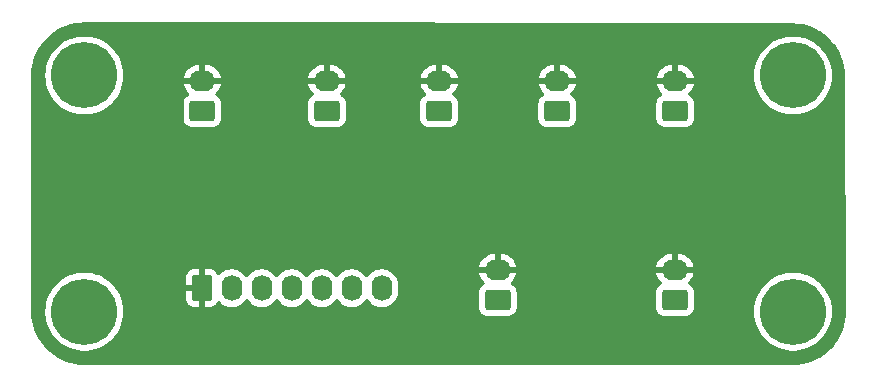
<source format=gbr>
%TF.GenerationSoftware,KiCad,Pcbnew,8.0.7*%
%TF.CreationDate,2025-01-27T22:31:33-06:00*%
%TF.ProjectId,teensy-acc-pcb,7465656e-7379-42d6-9163-632d7063622e,rev?*%
%TF.SameCoordinates,Original*%
%TF.FileFunction,Copper,L2,Bot*%
%TF.FilePolarity,Positive*%
%FSLAX46Y46*%
G04 Gerber Fmt 4.6, Leading zero omitted, Abs format (unit mm)*
G04 Created by KiCad (PCBNEW 8.0.7) date 2025-01-27 22:31:33*
%MOMM*%
%LPD*%
G01*
G04 APERTURE LIST*
G04 Aperture macros list*
%AMRoundRect*
0 Rectangle with rounded corners*
0 $1 Rounding radius*
0 $2 $3 $4 $5 $6 $7 $8 $9 X,Y pos of 4 corners*
0 Add a 4 corners polygon primitive as box body*
4,1,4,$2,$3,$4,$5,$6,$7,$8,$9,$2,$3,0*
0 Add four circle primitives for the rounded corners*
1,1,$1+$1,$2,$3*
1,1,$1+$1,$4,$5*
1,1,$1+$1,$6,$7*
1,1,$1+$1,$8,$9*
0 Add four rect primitives between the rounded corners*
20,1,$1+$1,$2,$3,$4,$5,0*
20,1,$1+$1,$4,$5,$6,$7,0*
20,1,$1+$1,$6,$7,$8,$9,0*
20,1,$1+$1,$8,$9,$2,$3,0*%
G04 Aperture macros list end*
%TA.AperFunction,ComponentPad*%
%ADD10C,5.600000*%
%TD*%
%TA.AperFunction,ComponentPad*%
%ADD11O,2.190000X1.740000*%
%TD*%
%TA.AperFunction,ComponentPad*%
%ADD12RoundRect,0.250000X0.845000X-0.620000X0.845000X0.620000X-0.845000X0.620000X-0.845000X-0.620000X0*%
%TD*%
%TA.AperFunction,ComponentPad*%
%ADD13RoundRect,0.250000X-0.620000X-0.845000X0.620000X-0.845000X0.620000X0.845000X-0.620000X0.845000X0*%
%TD*%
%TA.AperFunction,ComponentPad*%
%ADD14O,1.740000X2.190000*%
%TD*%
G04 APERTURE END LIST*
D10*
%TO.P,H4,1,1*%
%TO.N,/hole2*%
X90000000Y-105000000D03*
%TD*%
%TO.P,H3,1,1*%
%TO.N,/hole2*%
X90000000Y-85000000D03*
%TD*%
%TO.P,H2,1,1*%
%TO.N,/hole1*%
X150000000Y-105000000D03*
%TD*%
%TO.P,H1,1,1*%
%TO.N,/hole1*%
X150000000Y-85000000D03*
%TD*%
D11*
%TO.P,J8,2,Pin_2*%
%TO.N,GND*%
X125000000Y-101460000D03*
D12*
%TO.P,J8,1,Pin_1*%
%TO.N,/TUNE-CW6*%
X125000000Y-104000000D03*
%TD*%
D11*
%TO.P,J7,2,Pin_2*%
%TO.N,GND*%
X140000000Y-101460000D03*
D12*
%TO.P,J7,1,Pin_1*%
%TO.N,/PTT-CW5*%
X140000000Y-104000000D03*
%TD*%
%TO.P,J6,1,Pin_1*%
%TO.N,/PTT-CW5*%
X140040000Y-88000000D03*
D11*
%TO.P,J6,2,Pin_2*%
%TO.N,GND*%
X140040000Y-85460000D03*
%TD*%
D12*
%TO.P,J5,1,Pin_1*%
%TO.N,/XIT_B1-CW4*%
X130040000Y-88000000D03*
D11*
%TO.P,J5,2,Pin_2*%
%TO.N,GND*%
X130040000Y-85460000D03*
%TD*%
D12*
%TO.P,J4,1,Pin_1*%
%TO.N,/RIT_B1-CW3*%
X120040000Y-88000000D03*
D11*
%TO.P,J4,2,Pin_2*%
%TO.N,GND*%
X120040000Y-85460000D03*
%TD*%
D12*
%TO.P,J3,1,Pin_1*%
%TO.N,/XIT_A1-CW2*%
X110540000Y-88000000D03*
D11*
%TO.P,J3,2,Pin_2*%
%TO.N,GND*%
X110540000Y-85460000D03*
%TD*%
D12*
%TO.P,J2,1,Pin_1*%
%TO.N,/RIT_A1-CW1*%
X100000000Y-88000000D03*
D11*
%TO.P,J2,2,Pin_2*%
%TO.N,GND*%
X100000000Y-85460000D03*
%TD*%
D13*
%TO.P,J1,1,Pin_1*%
%TO.N,GND*%
X99960000Y-103000000D03*
D14*
%TO.P,J1,2,Pin_2*%
%TO.N,/RIT_A1-CW1*%
X102500000Y-103000000D03*
%TO.P,J1,3,Pin_3*%
%TO.N,/XIT_A1-CW2*%
X105040000Y-103000000D03*
%TO.P,J1,4,Pin_4*%
%TO.N,/RIT_B1-CW3*%
X107580000Y-103000000D03*
%TO.P,J1,5,Pin_5*%
%TO.N,/XIT_B1-CW4*%
X110120000Y-103000000D03*
%TO.P,J1,6,Pin_6*%
%TO.N,/PTT-CW5*%
X112660000Y-103000000D03*
%TO.P,J1,7,Pin_7*%
%TO.N,/TUNE-CW6*%
X115200000Y-103000000D03*
%TD*%
%TA.AperFunction,Conductor*%
%TO.N,GND*%
G36*
X149925245Y-80597474D02*
G01*
X149927057Y-80597595D01*
X149934108Y-80597595D01*
X149997143Y-80597595D01*
X150002869Y-80597726D01*
X150400486Y-80616110D01*
X150411876Y-80617166D01*
X150803272Y-80671763D01*
X150814516Y-80673865D01*
X151199204Y-80764343D01*
X151210194Y-80767470D01*
X151584914Y-80893064D01*
X151595568Y-80897192D01*
X151957086Y-81056817D01*
X151967313Y-81061909D01*
X152235621Y-81211356D01*
X152312555Y-81254208D01*
X152322293Y-81260237D01*
X152648317Y-81483568D01*
X152657457Y-81490471D01*
X152961470Y-81742920D01*
X152969934Y-81750636D01*
X153249363Y-82030065D01*
X153257079Y-82038529D01*
X153509528Y-82342542D01*
X153516431Y-82351682D01*
X153739762Y-82677706D01*
X153745791Y-82687444D01*
X153875437Y-82920202D01*
X153919711Y-82999690D01*
X153938083Y-83032673D01*
X153943188Y-83042926D01*
X154102802Y-83404418D01*
X154106940Y-83415098D01*
X154232525Y-83789792D01*
X154235659Y-83800808D01*
X154326132Y-84185475D01*
X154328237Y-84196734D01*
X154382832Y-84588116D01*
X154383889Y-84599520D01*
X154402271Y-84997104D01*
X154402403Y-85002831D01*
X154402403Y-85070822D01*
X154402766Y-85076172D01*
X154499479Y-104997119D01*
X154499362Y-105003129D01*
X154482614Y-105386750D01*
X154481671Y-105397527D01*
X154431849Y-105775957D01*
X154429971Y-105786610D01*
X154347354Y-106159272D01*
X154344554Y-106169721D01*
X154229775Y-106533755D01*
X154226075Y-106543921D01*
X154080002Y-106896572D01*
X154075430Y-106906376D01*
X153899183Y-107244942D01*
X153893775Y-107254310D01*
X153688681Y-107576244D01*
X153682476Y-107585105D01*
X153450110Y-107887930D01*
X153443156Y-107896217D01*
X153185284Y-108177635D01*
X153177635Y-108185284D01*
X152896217Y-108443156D01*
X152887930Y-108450110D01*
X152585105Y-108682476D01*
X152576244Y-108688681D01*
X152254310Y-108893775D01*
X152244942Y-108899183D01*
X151906376Y-109075430D01*
X151896572Y-109080002D01*
X151543921Y-109226075D01*
X151533755Y-109229775D01*
X151169721Y-109344554D01*
X151159272Y-109347354D01*
X150786610Y-109429971D01*
X150775957Y-109431849D01*
X150397526Y-109481671D01*
X150386750Y-109482614D01*
X150002703Y-109499382D01*
X149997294Y-109499500D01*
X90002706Y-109499500D01*
X89997297Y-109499382D01*
X89613249Y-109482614D01*
X89602473Y-109481671D01*
X89224042Y-109431849D01*
X89213389Y-109429971D01*
X88840727Y-109347354D01*
X88830278Y-109344554D01*
X88466244Y-109229775D01*
X88456078Y-109226075D01*
X88103427Y-109080002D01*
X88093623Y-109075430D01*
X87755057Y-108899183D01*
X87745689Y-108893775D01*
X87423755Y-108688681D01*
X87414894Y-108682476D01*
X87112069Y-108450110D01*
X87103782Y-108443156D01*
X86822364Y-108185284D01*
X86814715Y-108177635D01*
X86556843Y-107896217D01*
X86549889Y-107887930D01*
X86317523Y-107585105D01*
X86311318Y-107576244D01*
X86106224Y-107254310D01*
X86100816Y-107244942D01*
X85924569Y-106906376D01*
X85919997Y-106896572D01*
X85840267Y-106704086D01*
X85773920Y-106543911D01*
X85770224Y-106533755D01*
X85724227Y-106387870D01*
X85655442Y-106169710D01*
X85652648Y-106159284D01*
X85570025Y-105786597D01*
X85568152Y-105775971D01*
X85518326Y-105397506D01*
X85517386Y-105386771D01*
X85500618Y-105002702D01*
X85500559Y-105000000D01*
X86694652Y-105000000D01*
X86711178Y-105304814D01*
X86714028Y-105357368D01*
X86714029Y-105357385D01*
X86771926Y-105710539D01*
X86771932Y-105710565D01*
X86867672Y-106055392D01*
X86867674Y-106055399D01*
X87000142Y-106387870D01*
X87000151Y-106387888D01*
X87167784Y-106704077D01*
X87167787Y-106704082D01*
X87167789Y-106704085D01*
X87298298Y-106896572D01*
X87368634Y-107000309D01*
X87368641Y-107000319D01*
X87600331Y-107273085D01*
X87600332Y-107273086D01*
X87860163Y-107519211D01*
X88145081Y-107735800D01*
X88451747Y-107920315D01*
X88451749Y-107920316D01*
X88451751Y-107920317D01*
X88451755Y-107920319D01*
X88776552Y-108070585D01*
X88776565Y-108070591D01*
X89115726Y-108184868D01*
X89465254Y-108261805D01*
X89821052Y-108300500D01*
X89821058Y-108300500D01*
X90178942Y-108300500D01*
X90178948Y-108300500D01*
X90534746Y-108261805D01*
X90884274Y-108184868D01*
X91223435Y-108070591D01*
X91548253Y-107920315D01*
X91854919Y-107735800D01*
X92139837Y-107519211D01*
X92399668Y-107273086D01*
X92631365Y-107000311D01*
X92832211Y-106704085D01*
X92999853Y-106387880D01*
X93132324Y-106055403D01*
X93228071Y-105710552D01*
X93285541Y-105359999D01*
X93285970Y-105357385D01*
X93285970Y-105357382D01*
X93285972Y-105357371D01*
X93305348Y-105000000D01*
X93285972Y-104642629D01*
X93278163Y-104594999D01*
X93228073Y-104289460D01*
X93228072Y-104289459D01*
X93228071Y-104289448D01*
X93180420Y-104117823D01*
X93132327Y-103944607D01*
X93132325Y-103944600D01*
X93116164Y-103904040D01*
X92999853Y-103612120D01*
X92832211Y-103295915D01*
X92631365Y-102999689D01*
X92631361Y-102999684D01*
X92631358Y-102999680D01*
X92399668Y-102726914D01*
X92361392Y-102690657D01*
X92139837Y-102480789D01*
X92139830Y-102480783D01*
X92139827Y-102480781D01*
X92040138Y-102405000D01*
X91854919Y-102264200D01*
X91590348Y-102105013D01*
X98590000Y-102105013D01*
X98590000Y-102750000D01*
X99417291Y-102750000D01*
X99405548Y-102770339D01*
X99365000Y-102921667D01*
X99365000Y-103078333D01*
X99405548Y-103229661D01*
X99417291Y-103250000D01*
X98590001Y-103250000D01*
X98590001Y-103894986D01*
X98600494Y-103997697D01*
X98655641Y-104164119D01*
X98655643Y-104164124D01*
X98747684Y-104313345D01*
X98871654Y-104437315D01*
X99020875Y-104529356D01*
X99020880Y-104529358D01*
X99187302Y-104584505D01*
X99187309Y-104584506D01*
X99290019Y-104594999D01*
X99709999Y-104594999D01*
X99710000Y-104594998D01*
X99710000Y-103542709D01*
X99730339Y-103554452D01*
X99881667Y-103595000D01*
X100038333Y-103595000D01*
X100189661Y-103554452D01*
X100210000Y-103542709D01*
X100210000Y-104594999D01*
X100629972Y-104594999D01*
X100629986Y-104594998D01*
X100732697Y-104584505D01*
X100899119Y-104529358D01*
X100899124Y-104529356D01*
X101048345Y-104437315D01*
X101172315Y-104313345D01*
X101264354Y-104164127D01*
X101264745Y-104163289D01*
X101265167Y-104162809D01*
X101268149Y-104157975D01*
X101268974Y-104158484D01*
X101310910Y-104110843D01*
X101378100Y-104091681D01*
X101444984Y-104111887D01*
X101464816Y-104127996D01*
X101607179Y-104270359D01*
X101781701Y-104397157D01*
X101973911Y-104495092D01*
X102179074Y-104561754D01*
X102258973Y-104574408D01*
X102392134Y-104595500D01*
X102392139Y-104595500D01*
X102607866Y-104595500D01*
X102726230Y-104576752D01*
X102820926Y-104561754D01*
X103026089Y-104495092D01*
X103218299Y-104397157D01*
X103392821Y-104270359D01*
X103545359Y-104117821D01*
X103669682Y-103946704D01*
X103725012Y-103904040D01*
X103794626Y-103898061D01*
X103856420Y-103930667D01*
X103870315Y-103946702D01*
X103994641Y-104117821D01*
X104147179Y-104270359D01*
X104321701Y-104397157D01*
X104513911Y-104495092D01*
X104719074Y-104561754D01*
X104798973Y-104574408D01*
X104932134Y-104595500D01*
X104932139Y-104595500D01*
X105147866Y-104595500D01*
X105266230Y-104576752D01*
X105360926Y-104561754D01*
X105566089Y-104495092D01*
X105758299Y-104397157D01*
X105932821Y-104270359D01*
X106085359Y-104117821D01*
X106209682Y-103946704D01*
X106265012Y-103904040D01*
X106334626Y-103898061D01*
X106396420Y-103930667D01*
X106410315Y-103946702D01*
X106534641Y-104117821D01*
X106687179Y-104270359D01*
X106861701Y-104397157D01*
X107053911Y-104495092D01*
X107259074Y-104561754D01*
X107338973Y-104574408D01*
X107472134Y-104595500D01*
X107472139Y-104595500D01*
X107687866Y-104595500D01*
X107806230Y-104576752D01*
X107900926Y-104561754D01*
X108106089Y-104495092D01*
X108298299Y-104397157D01*
X108472821Y-104270359D01*
X108625359Y-104117821D01*
X108749682Y-103946704D01*
X108805012Y-103904040D01*
X108874626Y-103898061D01*
X108936420Y-103930667D01*
X108950315Y-103946702D01*
X109074641Y-104117821D01*
X109227179Y-104270359D01*
X109401701Y-104397157D01*
X109593911Y-104495092D01*
X109799074Y-104561754D01*
X109878973Y-104574408D01*
X110012134Y-104595500D01*
X110012139Y-104595500D01*
X110227866Y-104595500D01*
X110346230Y-104576752D01*
X110440926Y-104561754D01*
X110646089Y-104495092D01*
X110838299Y-104397157D01*
X111012821Y-104270359D01*
X111165359Y-104117821D01*
X111289682Y-103946704D01*
X111345012Y-103904040D01*
X111414626Y-103898061D01*
X111476420Y-103930667D01*
X111490315Y-103946702D01*
X111614641Y-104117821D01*
X111767179Y-104270359D01*
X111941701Y-104397157D01*
X112133911Y-104495092D01*
X112339074Y-104561754D01*
X112418973Y-104574408D01*
X112552134Y-104595500D01*
X112552139Y-104595500D01*
X112767866Y-104595500D01*
X112886230Y-104576752D01*
X112980926Y-104561754D01*
X113186089Y-104495092D01*
X113378299Y-104397157D01*
X113552821Y-104270359D01*
X113705359Y-104117821D01*
X113829682Y-103946704D01*
X113885012Y-103904040D01*
X113954626Y-103898061D01*
X114016420Y-103930667D01*
X114030315Y-103946702D01*
X114154641Y-104117821D01*
X114307179Y-104270359D01*
X114481701Y-104397157D01*
X114673911Y-104495092D01*
X114879074Y-104561754D01*
X114958973Y-104574408D01*
X115092134Y-104595500D01*
X115092139Y-104595500D01*
X115307866Y-104595500D01*
X115426230Y-104576752D01*
X115520926Y-104561754D01*
X115726089Y-104495092D01*
X115918299Y-104397157D01*
X116092821Y-104270359D01*
X116245359Y-104117821D01*
X116372157Y-103943299D01*
X116470092Y-103751089D01*
X116536754Y-103545926D01*
X116551752Y-103451230D01*
X116570500Y-103332866D01*
X116570500Y-103329983D01*
X123404500Y-103329983D01*
X123404500Y-104670001D01*
X123404501Y-104670018D01*
X123415000Y-104772796D01*
X123415001Y-104772799D01*
X123468059Y-104932914D01*
X123470186Y-104939334D01*
X123562288Y-105088656D01*
X123686344Y-105212712D01*
X123835666Y-105304814D01*
X124002203Y-105359999D01*
X124104991Y-105370500D01*
X125895008Y-105370499D01*
X125997797Y-105359999D01*
X126164334Y-105304814D01*
X126313656Y-105212712D01*
X126437712Y-105088656D01*
X126529814Y-104939334D01*
X126584999Y-104772797D01*
X126595500Y-104670009D01*
X126595499Y-103329992D01*
X126595498Y-103329983D01*
X138404500Y-103329983D01*
X138404500Y-104670001D01*
X138404501Y-104670018D01*
X138415000Y-104772796D01*
X138415001Y-104772799D01*
X138468059Y-104932914D01*
X138470186Y-104939334D01*
X138562288Y-105088656D01*
X138686344Y-105212712D01*
X138835666Y-105304814D01*
X139002203Y-105359999D01*
X139104991Y-105370500D01*
X140895008Y-105370499D01*
X140997797Y-105359999D01*
X141164334Y-105304814D01*
X141313656Y-105212712D01*
X141437712Y-105088656D01*
X141492395Y-105000000D01*
X146694652Y-105000000D01*
X146711178Y-105304814D01*
X146714028Y-105357368D01*
X146714029Y-105357385D01*
X146771926Y-105710539D01*
X146771932Y-105710565D01*
X146867672Y-106055392D01*
X146867674Y-106055399D01*
X147000142Y-106387870D01*
X147000151Y-106387888D01*
X147167784Y-106704077D01*
X147167787Y-106704082D01*
X147167789Y-106704085D01*
X147298298Y-106896572D01*
X147368634Y-107000309D01*
X147368641Y-107000319D01*
X147600331Y-107273085D01*
X147600332Y-107273086D01*
X147860163Y-107519211D01*
X148145081Y-107735800D01*
X148451747Y-107920315D01*
X148451749Y-107920316D01*
X148451751Y-107920317D01*
X148451755Y-107920319D01*
X148776552Y-108070585D01*
X148776565Y-108070591D01*
X149115726Y-108184868D01*
X149465254Y-108261805D01*
X149821052Y-108300500D01*
X149821058Y-108300500D01*
X150178942Y-108300500D01*
X150178948Y-108300500D01*
X150534746Y-108261805D01*
X150884274Y-108184868D01*
X151223435Y-108070591D01*
X151548253Y-107920315D01*
X151854919Y-107735800D01*
X152139837Y-107519211D01*
X152399668Y-107273086D01*
X152631365Y-107000311D01*
X152832211Y-106704085D01*
X152999853Y-106387880D01*
X153132324Y-106055403D01*
X153228071Y-105710552D01*
X153285541Y-105359999D01*
X153285970Y-105357385D01*
X153285970Y-105357382D01*
X153285972Y-105357371D01*
X153305348Y-105000000D01*
X153285972Y-104642629D01*
X153278163Y-104594999D01*
X153228073Y-104289460D01*
X153228072Y-104289459D01*
X153228071Y-104289448D01*
X153180420Y-104117823D01*
X153132327Y-103944607D01*
X153132325Y-103944600D01*
X153116164Y-103904040D01*
X152999853Y-103612120D01*
X152832211Y-103295915D01*
X152631365Y-102999689D01*
X152631361Y-102999684D01*
X152631358Y-102999680D01*
X152399668Y-102726914D01*
X152361392Y-102690657D01*
X152139837Y-102480789D01*
X152139830Y-102480783D01*
X152139827Y-102480781D01*
X152040138Y-102405000D01*
X151854919Y-102264200D01*
X151548253Y-102079685D01*
X151548252Y-102079684D01*
X151548248Y-102079682D01*
X151548244Y-102079680D01*
X151223447Y-101929414D01*
X151223441Y-101929411D01*
X151223435Y-101929409D01*
X151013377Y-101858632D01*
X150884273Y-101815131D01*
X150534744Y-101738194D01*
X150178949Y-101699500D01*
X150178948Y-101699500D01*
X149821052Y-101699500D01*
X149821050Y-101699500D01*
X149465255Y-101738194D01*
X149115726Y-101815131D01*
X148916738Y-101882179D01*
X148776565Y-101929409D01*
X148776563Y-101929410D01*
X148776552Y-101929414D01*
X148451755Y-102079680D01*
X148451751Y-102079682D01*
X148223367Y-102217096D01*
X148145081Y-102264200D01*
X148056768Y-102331333D01*
X147860172Y-102480781D01*
X147860163Y-102480789D01*
X147600331Y-102726914D01*
X147368641Y-102999680D01*
X147368634Y-102999690D01*
X147167790Y-103295913D01*
X147167784Y-103295922D01*
X147000151Y-103612111D01*
X147000142Y-103612129D01*
X146867674Y-103944600D01*
X146867672Y-103944607D01*
X146771932Y-104289434D01*
X146771926Y-104289460D01*
X146714029Y-104642614D01*
X146714028Y-104642631D01*
X146698225Y-104934108D01*
X146694652Y-105000000D01*
X141492395Y-105000000D01*
X141529814Y-104939334D01*
X141584999Y-104772797D01*
X141595500Y-104670009D01*
X141595499Y-103329992D01*
X141584999Y-103227203D01*
X141529814Y-103060666D01*
X141437712Y-102911344D01*
X141313656Y-102787288D01*
X141164334Y-102695186D01*
X141164332Y-102695185D01*
X141164325Y-102695181D01*
X141163165Y-102694640D01*
X141162503Y-102694057D01*
X141158187Y-102691395D01*
X141158642Y-102690657D01*
X141110727Y-102648466D01*
X141091577Y-102581272D01*
X141111795Y-102514392D01*
X141127892Y-102494578D01*
X141269977Y-102352493D01*
X141396728Y-102178036D01*
X141494627Y-101985901D01*
X141561266Y-101780809D01*
X141572481Y-101710000D01*
X140542709Y-101710000D01*
X140554452Y-101689661D01*
X140595000Y-101538333D01*
X140595000Y-101381667D01*
X140554452Y-101230339D01*
X140542709Y-101210000D01*
X141572481Y-101210000D01*
X141561266Y-101139190D01*
X141494627Y-100934098D01*
X141396728Y-100741963D01*
X141269974Y-100567503D01*
X141269974Y-100567502D01*
X141117497Y-100415025D01*
X140943036Y-100288271D01*
X140750901Y-100190372D01*
X140545809Y-100123734D01*
X140332820Y-100090000D01*
X140250000Y-100090000D01*
X140250000Y-100917290D01*
X140229661Y-100905548D01*
X140078333Y-100865000D01*
X139921667Y-100865000D01*
X139770339Y-100905548D01*
X139750000Y-100917290D01*
X139750000Y-100090000D01*
X139667180Y-100090000D01*
X139454190Y-100123734D01*
X139249098Y-100190372D01*
X139056963Y-100288271D01*
X138882503Y-100415025D01*
X138882502Y-100415025D01*
X138730025Y-100567502D01*
X138730025Y-100567503D01*
X138603271Y-100741963D01*
X138505372Y-100934098D01*
X138438733Y-101139190D01*
X138427519Y-101210000D01*
X139457291Y-101210000D01*
X139445548Y-101230339D01*
X139405000Y-101381667D01*
X139405000Y-101538333D01*
X139445548Y-101689661D01*
X139457291Y-101710000D01*
X138427519Y-101710000D01*
X138438733Y-101780809D01*
X138505372Y-101985901D01*
X138603271Y-102178036D01*
X138730025Y-102352496D01*
X138730025Y-102352497D01*
X138872107Y-102494579D01*
X138905592Y-102555902D01*
X138900608Y-102625594D01*
X138858736Y-102681527D01*
X138836840Y-102694638D01*
X138835672Y-102695182D01*
X138686342Y-102787289D01*
X138562289Y-102911342D01*
X138470187Y-103060663D01*
X138470185Y-103060668D01*
X138442349Y-103144670D01*
X138415001Y-103227203D01*
X138415001Y-103227204D01*
X138415000Y-103227204D01*
X138404500Y-103329983D01*
X126595498Y-103329983D01*
X126584999Y-103227203D01*
X126529814Y-103060666D01*
X126437712Y-102911344D01*
X126313656Y-102787288D01*
X126164334Y-102695186D01*
X126164332Y-102695185D01*
X126164325Y-102695181D01*
X126163165Y-102694640D01*
X126162503Y-102694057D01*
X126158187Y-102691395D01*
X126158642Y-102690657D01*
X126110727Y-102648466D01*
X126091577Y-102581272D01*
X126111795Y-102514392D01*
X126127892Y-102494578D01*
X126269977Y-102352493D01*
X126396728Y-102178036D01*
X126494627Y-101985901D01*
X126561266Y-101780809D01*
X126572481Y-101710000D01*
X125542709Y-101710000D01*
X125554452Y-101689661D01*
X125595000Y-101538333D01*
X125595000Y-101381667D01*
X125554452Y-101230339D01*
X125542709Y-101210000D01*
X126572481Y-101210000D01*
X126561266Y-101139190D01*
X126494627Y-100934098D01*
X126396728Y-100741963D01*
X126269974Y-100567503D01*
X126269974Y-100567502D01*
X126117497Y-100415025D01*
X125943036Y-100288271D01*
X125750901Y-100190372D01*
X125545809Y-100123734D01*
X125332820Y-100090000D01*
X125250000Y-100090000D01*
X125250000Y-100917290D01*
X125229661Y-100905548D01*
X125078333Y-100865000D01*
X124921667Y-100865000D01*
X124770339Y-100905548D01*
X124750000Y-100917290D01*
X124750000Y-100090000D01*
X124667180Y-100090000D01*
X124454190Y-100123734D01*
X124249098Y-100190372D01*
X124056963Y-100288271D01*
X123882503Y-100415025D01*
X123882502Y-100415025D01*
X123730025Y-100567502D01*
X123730025Y-100567503D01*
X123603271Y-100741963D01*
X123505372Y-100934098D01*
X123438733Y-101139190D01*
X123427519Y-101210000D01*
X124457291Y-101210000D01*
X124445548Y-101230339D01*
X124405000Y-101381667D01*
X124405000Y-101538333D01*
X124445548Y-101689661D01*
X124457291Y-101710000D01*
X123427519Y-101710000D01*
X123438733Y-101780809D01*
X123505372Y-101985901D01*
X123603271Y-102178036D01*
X123730025Y-102352496D01*
X123730025Y-102352497D01*
X123872107Y-102494579D01*
X123905592Y-102555902D01*
X123900608Y-102625594D01*
X123858736Y-102681527D01*
X123836840Y-102694638D01*
X123835672Y-102695182D01*
X123686342Y-102787289D01*
X123562289Y-102911342D01*
X123470187Y-103060663D01*
X123470185Y-103060668D01*
X123442349Y-103144670D01*
X123415001Y-103227203D01*
X123415001Y-103227204D01*
X123415000Y-103227204D01*
X123404500Y-103329983D01*
X116570500Y-103329983D01*
X116570500Y-102667133D01*
X116536754Y-102454077D01*
X116536754Y-102454074D01*
X116470092Y-102248911D01*
X116372157Y-102056701D01*
X116245359Y-101882179D01*
X116092821Y-101729641D01*
X115918299Y-101602843D01*
X115726089Y-101504908D01*
X115520926Y-101438246D01*
X115520924Y-101438245D01*
X115520922Y-101438245D01*
X115307866Y-101404500D01*
X115307861Y-101404500D01*
X115092139Y-101404500D01*
X115092134Y-101404500D01*
X114879077Y-101438245D01*
X114673908Y-101504909D01*
X114481700Y-101602843D01*
X114382129Y-101675186D01*
X114307179Y-101729641D01*
X114307177Y-101729643D01*
X114307176Y-101729643D01*
X114154643Y-101882176D01*
X114154643Y-101882177D01*
X114154641Y-101882179D01*
X114120326Y-101929410D01*
X114030318Y-102053294D01*
X113974988Y-102095959D01*
X113905374Y-102101938D01*
X113843579Y-102069332D01*
X113829682Y-102053294D01*
X113792639Y-102002309D01*
X113705359Y-101882179D01*
X113552821Y-101729641D01*
X113378299Y-101602843D01*
X113186089Y-101504908D01*
X112980926Y-101438246D01*
X112980924Y-101438245D01*
X112980922Y-101438245D01*
X112767866Y-101404500D01*
X112767861Y-101404500D01*
X112552139Y-101404500D01*
X112552134Y-101404500D01*
X112339077Y-101438245D01*
X112133908Y-101504909D01*
X111941700Y-101602843D01*
X111842129Y-101675186D01*
X111767179Y-101729641D01*
X111767177Y-101729643D01*
X111767176Y-101729643D01*
X111614643Y-101882176D01*
X111614643Y-101882177D01*
X111614641Y-101882179D01*
X111580326Y-101929410D01*
X111490318Y-102053294D01*
X111434988Y-102095959D01*
X111365374Y-102101938D01*
X111303579Y-102069332D01*
X111289682Y-102053294D01*
X111252639Y-102002309D01*
X111165359Y-101882179D01*
X111012821Y-101729641D01*
X110838299Y-101602843D01*
X110646089Y-101504908D01*
X110440926Y-101438246D01*
X110440924Y-101438245D01*
X110440922Y-101438245D01*
X110227866Y-101404500D01*
X110227861Y-101404500D01*
X110012139Y-101404500D01*
X110012134Y-101404500D01*
X109799077Y-101438245D01*
X109593908Y-101504909D01*
X109401700Y-101602843D01*
X109302129Y-101675186D01*
X109227179Y-101729641D01*
X109227177Y-101729643D01*
X109227176Y-101729643D01*
X109074643Y-101882176D01*
X109074643Y-101882177D01*
X109074641Y-101882179D01*
X109040326Y-101929410D01*
X108950318Y-102053294D01*
X108894988Y-102095959D01*
X108825374Y-102101938D01*
X108763579Y-102069332D01*
X108749682Y-102053294D01*
X108712639Y-102002309D01*
X108625359Y-101882179D01*
X108472821Y-101729641D01*
X108298299Y-101602843D01*
X108106089Y-101504908D01*
X107900926Y-101438246D01*
X107900924Y-101438245D01*
X107900922Y-101438245D01*
X107687866Y-101404500D01*
X107687861Y-101404500D01*
X107472139Y-101404500D01*
X107472134Y-101404500D01*
X107259077Y-101438245D01*
X107053908Y-101504909D01*
X106861700Y-101602843D01*
X106762129Y-101675186D01*
X106687179Y-101729641D01*
X106687177Y-101729643D01*
X106687176Y-101729643D01*
X106534643Y-101882176D01*
X106534643Y-101882177D01*
X106534641Y-101882179D01*
X106500326Y-101929410D01*
X106410318Y-102053294D01*
X106354988Y-102095959D01*
X106285374Y-102101938D01*
X106223579Y-102069332D01*
X106209682Y-102053294D01*
X106172639Y-102002309D01*
X106085359Y-101882179D01*
X105932821Y-101729641D01*
X105758299Y-101602843D01*
X105566089Y-101504908D01*
X105360926Y-101438246D01*
X105360924Y-101438245D01*
X105360922Y-101438245D01*
X105147866Y-101404500D01*
X105147861Y-101404500D01*
X104932139Y-101404500D01*
X104932134Y-101404500D01*
X104719077Y-101438245D01*
X104513908Y-101504909D01*
X104321700Y-101602843D01*
X104222129Y-101675186D01*
X104147179Y-101729641D01*
X104147177Y-101729643D01*
X104147176Y-101729643D01*
X103994643Y-101882176D01*
X103994643Y-101882177D01*
X103994641Y-101882179D01*
X103960326Y-101929410D01*
X103870318Y-102053294D01*
X103814988Y-102095959D01*
X103745374Y-102101938D01*
X103683579Y-102069332D01*
X103669682Y-102053294D01*
X103632639Y-102002309D01*
X103545359Y-101882179D01*
X103392821Y-101729641D01*
X103218299Y-101602843D01*
X103026089Y-101504908D01*
X102820926Y-101438246D01*
X102820924Y-101438245D01*
X102820922Y-101438245D01*
X102607866Y-101404500D01*
X102607861Y-101404500D01*
X102392139Y-101404500D01*
X102392134Y-101404500D01*
X102179077Y-101438245D01*
X101973908Y-101504909D01*
X101781700Y-101602843D01*
X101607180Y-101729640D01*
X101464816Y-101872004D01*
X101403493Y-101905488D01*
X101333801Y-101900504D01*
X101277868Y-101858632D01*
X101264748Y-101836716D01*
X101264356Y-101835876D01*
X101172315Y-101686654D01*
X101048345Y-101562684D01*
X100899124Y-101470643D01*
X100899119Y-101470641D01*
X100732697Y-101415494D01*
X100732690Y-101415493D01*
X100629986Y-101405000D01*
X100210000Y-101405000D01*
X100210000Y-102457290D01*
X100189661Y-102445548D01*
X100038333Y-102405000D01*
X99881667Y-102405000D01*
X99730339Y-102445548D01*
X99710000Y-102457290D01*
X99710000Y-101405000D01*
X99290028Y-101405000D01*
X99290012Y-101405001D01*
X99187302Y-101415494D01*
X99020880Y-101470641D01*
X99020875Y-101470643D01*
X98871654Y-101562684D01*
X98747684Y-101686654D01*
X98655643Y-101835875D01*
X98655641Y-101835880D01*
X98600494Y-102002302D01*
X98600493Y-102002309D01*
X98590000Y-102105013D01*
X91590348Y-102105013D01*
X91548253Y-102079685D01*
X91548252Y-102079684D01*
X91548248Y-102079682D01*
X91548244Y-102079680D01*
X91223447Y-101929414D01*
X91223441Y-101929411D01*
X91223435Y-101929409D01*
X91013377Y-101858632D01*
X90884273Y-101815131D01*
X90534744Y-101738194D01*
X90178949Y-101699500D01*
X90178948Y-101699500D01*
X89821052Y-101699500D01*
X89821050Y-101699500D01*
X89465255Y-101738194D01*
X89115726Y-101815131D01*
X88916738Y-101882179D01*
X88776565Y-101929409D01*
X88776563Y-101929410D01*
X88776552Y-101929414D01*
X88451755Y-102079680D01*
X88451751Y-102079682D01*
X88223367Y-102217096D01*
X88145081Y-102264200D01*
X88056768Y-102331333D01*
X87860172Y-102480781D01*
X87860163Y-102480789D01*
X87600331Y-102726914D01*
X87368641Y-102999680D01*
X87368634Y-102999690D01*
X87167790Y-103295913D01*
X87167784Y-103295922D01*
X87000151Y-103612111D01*
X87000142Y-103612129D01*
X86867674Y-103944600D01*
X86867672Y-103944607D01*
X86771932Y-104289434D01*
X86771926Y-104289460D01*
X86714029Y-104642614D01*
X86714028Y-104642631D01*
X86698225Y-104934108D01*
X86694652Y-105000000D01*
X85500559Y-105000000D01*
X85500500Y-104997293D01*
X85500500Y-85002706D01*
X85500559Y-84999997D01*
X86694652Y-84999997D01*
X86694652Y-85000002D01*
X86714028Y-85357368D01*
X86714029Y-85357385D01*
X86771926Y-85710539D01*
X86771932Y-85710565D01*
X86867672Y-86055392D01*
X86867674Y-86055399D01*
X87000142Y-86387870D01*
X87000151Y-86387888D01*
X87167784Y-86704077D01*
X87167790Y-86704086D01*
X87368634Y-87000309D01*
X87368641Y-87000319D01*
X87600331Y-87273085D01*
X87600332Y-87273086D01*
X87860163Y-87519211D01*
X88145081Y-87735800D01*
X88451747Y-87920315D01*
X88451749Y-87920316D01*
X88451751Y-87920317D01*
X88451755Y-87920319D01*
X88776552Y-88070585D01*
X88776565Y-88070591D01*
X89115726Y-88184868D01*
X89465254Y-88261805D01*
X89821052Y-88300500D01*
X89821058Y-88300500D01*
X90178942Y-88300500D01*
X90178948Y-88300500D01*
X90534746Y-88261805D01*
X90884274Y-88184868D01*
X91223435Y-88070591D01*
X91548253Y-87920315D01*
X91854919Y-87735800D01*
X92139837Y-87519211D01*
X92339603Y-87329983D01*
X98404500Y-87329983D01*
X98404500Y-88670001D01*
X98404501Y-88670018D01*
X98415000Y-88772796D01*
X98415001Y-88772799D01*
X98470185Y-88939331D01*
X98470186Y-88939334D01*
X98562288Y-89088656D01*
X98686344Y-89212712D01*
X98835666Y-89304814D01*
X99002203Y-89359999D01*
X99104991Y-89370500D01*
X100895008Y-89370499D01*
X100997797Y-89359999D01*
X101164334Y-89304814D01*
X101313656Y-89212712D01*
X101437712Y-89088656D01*
X101529814Y-88939334D01*
X101584999Y-88772797D01*
X101595500Y-88670009D01*
X101595499Y-87329992D01*
X101595498Y-87329983D01*
X108944500Y-87329983D01*
X108944500Y-88670001D01*
X108944501Y-88670018D01*
X108955000Y-88772796D01*
X108955001Y-88772799D01*
X109010185Y-88939331D01*
X109010186Y-88939334D01*
X109102288Y-89088656D01*
X109226344Y-89212712D01*
X109375666Y-89304814D01*
X109542203Y-89359999D01*
X109644991Y-89370500D01*
X111435008Y-89370499D01*
X111537797Y-89359999D01*
X111704334Y-89304814D01*
X111853656Y-89212712D01*
X111977712Y-89088656D01*
X112069814Y-88939334D01*
X112124999Y-88772797D01*
X112135500Y-88670009D01*
X112135499Y-87329992D01*
X112135498Y-87329983D01*
X118444500Y-87329983D01*
X118444500Y-88670001D01*
X118444501Y-88670018D01*
X118455000Y-88772796D01*
X118455001Y-88772799D01*
X118510185Y-88939331D01*
X118510186Y-88939334D01*
X118602288Y-89088656D01*
X118726344Y-89212712D01*
X118875666Y-89304814D01*
X119042203Y-89359999D01*
X119144991Y-89370500D01*
X120935008Y-89370499D01*
X121037797Y-89359999D01*
X121204334Y-89304814D01*
X121353656Y-89212712D01*
X121477712Y-89088656D01*
X121569814Y-88939334D01*
X121624999Y-88772797D01*
X121635500Y-88670009D01*
X121635499Y-87329992D01*
X121635498Y-87329983D01*
X128444500Y-87329983D01*
X128444500Y-88670001D01*
X128444501Y-88670018D01*
X128455000Y-88772796D01*
X128455001Y-88772799D01*
X128510185Y-88939331D01*
X128510186Y-88939334D01*
X128602288Y-89088656D01*
X128726344Y-89212712D01*
X128875666Y-89304814D01*
X129042203Y-89359999D01*
X129144991Y-89370500D01*
X130935008Y-89370499D01*
X131037797Y-89359999D01*
X131204334Y-89304814D01*
X131353656Y-89212712D01*
X131477712Y-89088656D01*
X131569814Y-88939334D01*
X131624999Y-88772797D01*
X131635500Y-88670009D01*
X131635499Y-87329992D01*
X131635498Y-87329983D01*
X138444500Y-87329983D01*
X138444500Y-88670001D01*
X138444501Y-88670018D01*
X138455000Y-88772796D01*
X138455001Y-88772799D01*
X138510185Y-88939331D01*
X138510186Y-88939334D01*
X138602288Y-89088656D01*
X138726344Y-89212712D01*
X138875666Y-89304814D01*
X139042203Y-89359999D01*
X139144991Y-89370500D01*
X140935008Y-89370499D01*
X141037797Y-89359999D01*
X141204334Y-89304814D01*
X141353656Y-89212712D01*
X141477712Y-89088656D01*
X141569814Y-88939334D01*
X141624999Y-88772797D01*
X141635500Y-88670009D01*
X141635499Y-87329992D01*
X141624999Y-87227203D01*
X141569814Y-87060666D01*
X141477712Y-86911344D01*
X141353656Y-86787288D01*
X141204334Y-86695186D01*
X141204332Y-86695185D01*
X141204325Y-86695181D01*
X141203165Y-86694640D01*
X141202503Y-86694057D01*
X141198187Y-86691395D01*
X141198642Y-86690657D01*
X141150727Y-86648466D01*
X141131577Y-86581272D01*
X141151795Y-86514392D01*
X141167892Y-86494578D01*
X141309977Y-86352493D01*
X141436728Y-86178036D01*
X141534627Y-85985901D01*
X141601266Y-85780809D01*
X141612481Y-85710000D01*
X140582709Y-85710000D01*
X140594452Y-85689661D01*
X140635000Y-85538333D01*
X140635000Y-85381667D01*
X140594452Y-85230339D01*
X140582709Y-85210000D01*
X141612481Y-85210000D01*
X141601266Y-85139190D01*
X141556039Y-84999997D01*
X146694652Y-84999997D01*
X146694652Y-85000002D01*
X146714028Y-85357368D01*
X146714029Y-85357385D01*
X146771926Y-85710539D01*
X146771932Y-85710565D01*
X146867672Y-86055392D01*
X146867674Y-86055399D01*
X147000142Y-86387870D01*
X147000151Y-86387888D01*
X147167784Y-86704077D01*
X147167790Y-86704086D01*
X147368634Y-87000309D01*
X147368641Y-87000319D01*
X147600331Y-87273085D01*
X147600332Y-87273086D01*
X147860163Y-87519211D01*
X148145081Y-87735800D01*
X148451747Y-87920315D01*
X148451749Y-87920316D01*
X148451751Y-87920317D01*
X148451755Y-87920319D01*
X148776552Y-88070585D01*
X148776565Y-88070591D01*
X149115726Y-88184868D01*
X149465254Y-88261805D01*
X149821052Y-88300500D01*
X149821058Y-88300500D01*
X150178942Y-88300500D01*
X150178948Y-88300500D01*
X150534746Y-88261805D01*
X150884274Y-88184868D01*
X151223435Y-88070591D01*
X151548253Y-87920315D01*
X151854919Y-87735800D01*
X152139837Y-87519211D01*
X152399668Y-87273086D01*
X152631365Y-87000311D01*
X152832211Y-86704085D01*
X152999853Y-86387880D01*
X153132324Y-86055403D01*
X153228071Y-85710552D01*
X153285972Y-85357371D01*
X153305348Y-85000000D01*
X153305201Y-84997297D01*
X153300227Y-84905548D01*
X153285972Y-84642629D01*
X153281155Y-84613249D01*
X153228073Y-84289460D01*
X153228072Y-84289459D01*
X153228071Y-84289448D01*
X153132324Y-83944597D01*
X152999853Y-83612120D01*
X152832211Y-83295915D01*
X152631365Y-82999689D01*
X152631361Y-82999684D01*
X152631358Y-82999680D01*
X152399668Y-82726914D01*
X152291882Y-82624814D01*
X152139837Y-82480789D01*
X152139830Y-82480783D01*
X152139827Y-82480781D01*
X152058809Y-82419193D01*
X151854919Y-82264200D01*
X151548253Y-82079685D01*
X151548252Y-82079684D01*
X151548248Y-82079682D01*
X151548244Y-82079680D01*
X151223447Y-81929414D01*
X151223441Y-81929411D01*
X151223435Y-81929409D01*
X151010083Y-81857522D01*
X150884273Y-81815131D01*
X150534744Y-81738194D01*
X150178949Y-81699500D01*
X150178948Y-81699500D01*
X149821052Y-81699500D01*
X149821050Y-81699500D01*
X149465255Y-81738194D01*
X149115726Y-81815131D01*
X148859970Y-81901306D01*
X148776565Y-81929409D01*
X148776563Y-81929410D01*
X148776552Y-81929414D01*
X148451755Y-82079680D01*
X148451751Y-82079682D01*
X148397924Y-82112069D01*
X148145081Y-82264200D01*
X148056768Y-82331333D01*
X147860172Y-82480781D01*
X147860163Y-82480789D01*
X147600331Y-82726914D01*
X147368641Y-82999680D01*
X147368634Y-82999690D01*
X147167790Y-83295913D01*
X147167784Y-83295922D01*
X147000151Y-83612111D01*
X147000142Y-83612129D01*
X146867674Y-83944600D01*
X146867672Y-83944607D01*
X146771932Y-84289434D01*
X146771926Y-84289460D01*
X146714029Y-84642614D01*
X146714028Y-84642631D01*
X146694652Y-84999997D01*
X141556039Y-84999997D01*
X141534627Y-84934098D01*
X141436728Y-84741963D01*
X141309974Y-84567503D01*
X141309974Y-84567502D01*
X141157497Y-84415025D01*
X140983036Y-84288271D01*
X140790901Y-84190372D01*
X140585809Y-84123734D01*
X140372820Y-84090000D01*
X140290000Y-84090000D01*
X140290000Y-84917290D01*
X140269661Y-84905548D01*
X140118333Y-84865000D01*
X139961667Y-84865000D01*
X139810339Y-84905548D01*
X139790000Y-84917290D01*
X139790000Y-84090000D01*
X139707180Y-84090000D01*
X139494190Y-84123734D01*
X139289098Y-84190372D01*
X139096963Y-84288271D01*
X138922503Y-84415025D01*
X138922502Y-84415025D01*
X138770025Y-84567502D01*
X138770025Y-84567503D01*
X138643271Y-84741963D01*
X138545372Y-84934098D01*
X138478733Y-85139190D01*
X138467519Y-85210000D01*
X139497291Y-85210000D01*
X139485548Y-85230339D01*
X139445000Y-85381667D01*
X139445000Y-85538333D01*
X139485548Y-85689661D01*
X139497291Y-85710000D01*
X138467519Y-85710000D01*
X138478733Y-85780809D01*
X138545372Y-85985901D01*
X138643271Y-86178036D01*
X138770025Y-86352496D01*
X138770025Y-86352497D01*
X138912107Y-86494579D01*
X138945592Y-86555902D01*
X138940608Y-86625594D01*
X138898736Y-86681527D01*
X138876840Y-86694638D01*
X138875672Y-86695182D01*
X138726342Y-86787289D01*
X138602289Y-86911342D01*
X138510187Y-87060663D01*
X138510186Y-87060666D01*
X138455001Y-87227203D01*
X138455001Y-87227204D01*
X138455000Y-87227204D01*
X138444500Y-87329983D01*
X131635498Y-87329983D01*
X131624999Y-87227203D01*
X131569814Y-87060666D01*
X131477712Y-86911344D01*
X131353656Y-86787288D01*
X131204334Y-86695186D01*
X131204332Y-86695185D01*
X131204325Y-86695181D01*
X131203165Y-86694640D01*
X131202503Y-86694057D01*
X131198187Y-86691395D01*
X131198642Y-86690657D01*
X131150727Y-86648466D01*
X131131577Y-86581272D01*
X131151795Y-86514392D01*
X131167892Y-86494578D01*
X131309977Y-86352493D01*
X131436728Y-86178036D01*
X131534627Y-85985901D01*
X131601266Y-85780809D01*
X131612481Y-85710000D01*
X130582709Y-85710000D01*
X130594452Y-85689661D01*
X130635000Y-85538333D01*
X130635000Y-85381667D01*
X130594452Y-85230339D01*
X130582709Y-85210000D01*
X131612481Y-85210000D01*
X131601266Y-85139190D01*
X131534627Y-84934098D01*
X131436728Y-84741963D01*
X131309974Y-84567503D01*
X131309974Y-84567502D01*
X131157497Y-84415025D01*
X130983036Y-84288271D01*
X130790901Y-84190372D01*
X130585809Y-84123734D01*
X130372820Y-84090000D01*
X130290000Y-84090000D01*
X130290000Y-84917290D01*
X130269661Y-84905548D01*
X130118333Y-84865000D01*
X129961667Y-84865000D01*
X129810339Y-84905548D01*
X129790000Y-84917290D01*
X129790000Y-84090000D01*
X129707180Y-84090000D01*
X129494190Y-84123734D01*
X129289098Y-84190372D01*
X129096963Y-84288271D01*
X128922503Y-84415025D01*
X128922502Y-84415025D01*
X128770025Y-84567502D01*
X128770025Y-84567503D01*
X128643271Y-84741963D01*
X128545372Y-84934098D01*
X128478733Y-85139190D01*
X128467519Y-85210000D01*
X129497291Y-85210000D01*
X129485548Y-85230339D01*
X129445000Y-85381667D01*
X129445000Y-85538333D01*
X129485548Y-85689661D01*
X129497291Y-85710000D01*
X128467519Y-85710000D01*
X128478733Y-85780809D01*
X128545372Y-85985901D01*
X128643271Y-86178036D01*
X128770025Y-86352496D01*
X128770025Y-86352497D01*
X128912107Y-86494579D01*
X128945592Y-86555902D01*
X128940608Y-86625594D01*
X128898736Y-86681527D01*
X128876840Y-86694638D01*
X128875672Y-86695182D01*
X128726342Y-86787289D01*
X128602289Y-86911342D01*
X128510187Y-87060663D01*
X128510186Y-87060666D01*
X128455001Y-87227203D01*
X128455001Y-87227204D01*
X128455000Y-87227204D01*
X128444500Y-87329983D01*
X121635498Y-87329983D01*
X121624999Y-87227203D01*
X121569814Y-87060666D01*
X121477712Y-86911344D01*
X121353656Y-86787288D01*
X121204334Y-86695186D01*
X121204332Y-86695185D01*
X121204325Y-86695181D01*
X121203165Y-86694640D01*
X121202503Y-86694057D01*
X121198187Y-86691395D01*
X121198642Y-86690657D01*
X121150727Y-86648466D01*
X121131577Y-86581272D01*
X121151795Y-86514392D01*
X121167892Y-86494578D01*
X121309977Y-86352493D01*
X121436728Y-86178036D01*
X121534627Y-85985901D01*
X121601266Y-85780809D01*
X121612481Y-85710000D01*
X120582709Y-85710000D01*
X120594452Y-85689661D01*
X120635000Y-85538333D01*
X120635000Y-85381667D01*
X120594452Y-85230339D01*
X120582709Y-85210000D01*
X121612481Y-85210000D01*
X121601266Y-85139190D01*
X121534627Y-84934098D01*
X121436728Y-84741963D01*
X121309974Y-84567503D01*
X121309974Y-84567502D01*
X121157497Y-84415025D01*
X120983036Y-84288271D01*
X120790901Y-84190372D01*
X120585809Y-84123734D01*
X120372820Y-84090000D01*
X120290000Y-84090000D01*
X120290000Y-84917290D01*
X120269661Y-84905548D01*
X120118333Y-84865000D01*
X119961667Y-84865000D01*
X119810339Y-84905548D01*
X119790000Y-84917290D01*
X119790000Y-84090000D01*
X119707180Y-84090000D01*
X119494190Y-84123734D01*
X119289098Y-84190372D01*
X119096963Y-84288271D01*
X118922503Y-84415025D01*
X118922502Y-84415025D01*
X118770025Y-84567502D01*
X118770025Y-84567503D01*
X118643271Y-84741963D01*
X118545372Y-84934098D01*
X118478733Y-85139190D01*
X118467519Y-85210000D01*
X119497291Y-85210000D01*
X119485548Y-85230339D01*
X119445000Y-85381667D01*
X119445000Y-85538333D01*
X119485548Y-85689661D01*
X119497291Y-85710000D01*
X118467519Y-85710000D01*
X118478733Y-85780809D01*
X118545372Y-85985901D01*
X118643271Y-86178036D01*
X118770025Y-86352496D01*
X118770025Y-86352497D01*
X118912107Y-86494579D01*
X118945592Y-86555902D01*
X118940608Y-86625594D01*
X118898736Y-86681527D01*
X118876840Y-86694638D01*
X118875672Y-86695182D01*
X118726342Y-86787289D01*
X118602289Y-86911342D01*
X118510187Y-87060663D01*
X118510186Y-87060666D01*
X118455001Y-87227203D01*
X118455001Y-87227204D01*
X118455000Y-87227204D01*
X118444500Y-87329983D01*
X112135498Y-87329983D01*
X112124999Y-87227203D01*
X112069814Y-87060666D01*
X111977712Y-86911344D01*
X111853656Y-86787288D01*
X111704334Y-86695186D01*
X111704332Y-86695185D01*
X111704325Y-86695181D01*
X111703165Y-86694640D01*
X111702503Y-86694057D01*
X111698187Y-86691395D01*
X111698642Y-86690657D01*
X111650727Y-86648466D01*
X111631577Y-86581272D01*
X111651795Y-86514392D01*
X111667892Y-86494578D01*
X111809977Y-86352493D01*
X111936728Y-86178036D01*
X112034627Y-85985901D01*
X112101266Y-85780809D01*
X112112481Y-85710000D01*
X111082709Y-85710000D01*
X111094452Y-85689661D01*
X111135000Y-85538333D01*
X111135000Y-85381667D01*
X111094452Y-85230339D01*
X111082709Y-85210000D01*
X112112481Y-85210000D01*
X112101266Y-85139190D01*
X112034627Y-84934098D01*
X111936728Y-84741963D01*
X111809974Y-84567503D01*
X111809974Y-84567502D01*
X111657497Y-84415025D01*
X111483036Y-84288271D01*
X111290901Y-84190372D01*
X111085809Y-84123734D01*
X110872820Y-84090000D01*
X110790000Y-84090000D01*
X110790000Y-84917290D01*
X110769661Y-84905548D01*
X110618333Y-84865000D01*
X110461667Y-84865000D01*
X110310339Y-84905548D01*
X110290000Y-84917290D01*
X110290000Y-84090000D01*
X110207180Y-84090000D01*
X109994190Y-84123734D01*
X109789098Y-84190372D01*
X109596963Y-84288271D01*
X109422503Y-84415025D01*
X109422502Y-84415025D01*
X109270025Y-84567502D01*
X109270025Y-84567503D01*
X109143271Y-84741963D01*
X109045372Y-84934098D01*
X108978733Y-85139190D01*
X108967519Y-85210000D01*
X109997291Y-85210000D01*
X109985548Y-85230339D01*
X109945000Y-85381667D01*
X109945000Y-85538333D01*
X109985548Y-85689661D01*
X109997291Y-85710000D01*
X108967519Y-85710000D01*
X108978733Y-85780809D01*
X109045372Y-85985901D01*
X109143271Y-86178036D01*
X109270025Y-86352496D01*
X109270025Y-86352497D01*
X109412107Y-86494579D01*
X109445592Y-86555902D01*
X109440608Y-86625594D01*
X109398736Y-86681527D01*
X109376840Y-86694638D01*
X109375672Y-86695182D01*
X109226342Y-86787289D01*
X109102289Y-86911342D01*
X109010187Y-87060663D01*
X109010186Y-87060666D01*
X108955001Y-87227203D01*
X108955001Y-87227204D01*
X108955000Y-87227204D01*
X108944500Y-87329983D01*
X101595498Y-87329983D01*
X101584999Y-87227203D01*
X101529814Y-87060666D01*
X101437712Y-86911344D01*
X101313656Y-86787288D01*
X101164334Y-86695186D01*
X101164332Y-86695185D01*
X101164325Y-86695181D01*
X101163165Y-86694640D01*
X101162503Y-86694057D01*
X101158187Y-86691395D01*
X101158642Y-86690657D01*
X101110727Y-86648466D01*
X101091577Y-86581272D01*
X101111795Y-86514392D01*
X101127892Y-86494578D01*
X101269977Y-86352493D01*
X101396728Y-86178036D01*
X101494627Y-85985901D01*
X101561266Y-85780809D01*
X101572481Y-85710000D01*
X100542709Y-85710000D01*
X100554452Y-85689661D01*
X100595000Y-85538333D01*
X100595000Y-85381667D01*
X100554452Y-85230339D01*
X100542709Y-85210000D01*
X101572481Y-85210000D01*
X101561266Y-85139190D01*
X101494627Y-84934098D01*
X101396728Y-84741963D01*
X101269974Y-84567503D01*
X101269974Y-84567502D01*
X101117497Y-84415025D01*
X100943036Y-84288271D01*
X100750901Y-84190372D01*
X100545809Y-84123734D01*
X100332820Y-84090000D01*
X100250000Y-84090000D01*
X100250000Y-84917290D01*
X100229661Y-84905548D01*
X100078333Y-84865000D01*
X99921667Y-84865000D01*
X99770339Y-84905548D01*
X99750000Y-84917290D01*
X99750000Y-84090000D01*
X99667180Y-84090000D01*
X99454190Y-84123734D01*
X99249098Y-84190372D01*
X99056963Y-84288271D01*
X98882503Y-84415025D01*
X98882502Y-84415025D01*
X98730025Y-84567502D01*
X98730025Y-84567503D01*
X98603271Y-84741963D01*
X98505372Y-84934098D01*
X98438733Y-85139190D01*
X98427519Y-85210000D01*
X99457291Y-85210000D01*
X99445548Y-85230339D01*
X99405000Y-85381667D01*
X99405000Y-85538333D01*
X99445548Y-85689661D01*
X99457291Y-85710000D01*
X98427519Y-85710000D01*
X98438733Y-85780809D01*
X98505372Y-85985901D01*
X98603271Y-86178036D01*
X98730025Y-86352496D01*
X98730025Y-86352497D01*
X98872107Y-86494579D01*
X98905592Y-86555902D01*
X98900608Y-86625594D01*
X98858736Y-86681527D01*
X98836840Y-86694638D01*
X98835672Y-86695182D01*
X98686342Y-86787289D01*
X98562289Y-86911342D01*
X98470187Y-87060663D01*
X98470186Y-87060666D01*
X98415001Y-87227203D01*
X98415001Y-87227204D01*
X98415000Y-87227204D01*
X98404500Y-87329983D01*
X92339603Y-87329983D01*
X92399668Y-87273086D01*
X92631365Y-87000311D01*
X92832211Y-86704085D01*
X92999853Y-86387880D01*
X93132324Y-86055403D01*
X93228071Y-85710552D01*
X93285972Y-85357371D01*
X93305348Y-85000000D01*
X93305201Y-84997297D01*
X93300227Y-84905548D01*
X93285972Y-84642629D01*
X93281155Y-84613249D01*
X93228073Y-84289460D01*
X93228072Y-84289459D01*
X93228071Y-84289448D01*
X93132324Y-83944597D01*
X92999853Y-83612120D01*
X92832211Y-83295915D01*
X92631365Y-82999689D01*
X92631361Y-82999684D01*
X92631358Y-82999680D01*
X92399668Y-82726914D01*
X92291882Y-82624814D01*
X92139837Y-82480789D01*
X92139830Y-82480783D01*
X92139827Y-82480781D01*
X92058809Y-82419193D01*
X91854919Y-82264200D01*
X91548253Y-82079685D01*
X91548252Y-82079684D01*
X91548248Y-82079682D01*
X91548244Y-82079680D01*
X91223447Y-81929414D01*
X91223441Y-81929411D01*
X91223435Y-81929409D01*
X91010083Y-81857522D01*
X90884273Y-81815131D01*
X90534744Y-81738194D01*
X90178949Y-81699500D01*
X90178948Y-81699500D01*
X89821052Y-81699500D01*
X89821050Y-81699500D01*
X89465255Y-81738194D01*
X89115726Y-81815131D01*
X88859970Y-81901306D01*
X88776565Y-81929409D01*
X88776563Y-81929410D01*
X88776552Y-81929414D01*
X88451755Y-82079680D01*
X88451751Y-82079682D01*
X88397924Y-82112069D01*
X88145081Y-82264200D01*
X88056768Y-82331333D01*
X87860172Y-82480781D01*
X87860163Y-82480789D01*
X87600331Y-82726914D01*
X87368641Y-82999680D01*
X87368634Y-82999690D01*
X87167790Y-83295913D01*
X87167784Y-83295922D01*
X87000151Y-83612111D01*
X87000142Y-83612129D01*
X86867674Y-83944600D01*
X86867672Y-83944607D01*
X86771932Y-84289434D01*
X86771926Y-84289460D01*
X86714029Y-84642614D01*
X86714028Y-84642631D01*
X86694652Y-84999997D01*
X85500559Y-84999997D01*
X85500618Y-84997297D01*
X85506394Y-84865000D01*
X85517386Y-84613226D01*
X85518326Y-84602495D01*
X85568152Y-84224025D01*
X85570025Y-84213405D01*
X85652649Y-83840709D01*
X85655440Y-83830295D01*
X85770230Y-83466227D01*
X85773917Y-83456095D01*
X85920003Y-83103412D01*
X85924561Y-83093638D01*
X86100822Y-82755045D01*
X86106217Y-82745700D01*
X86311325Y-82423744D01*
X86317515Y-82414905D01*
X86549896Y-82112060D01*
X86556834Y-82103791D01*
X86814726Y-81822352D01*
X86822352Y-81814726D01*
X87103791Y-81556834D01*
X87112060Y-81549896D01*
X87414905Y-81317515D01*
X87423744Y-81311325D01*
X87745700Y-81106217D01*
X87755045Y-81100822D01*
X88093638Y-80924561D01*
X88103412Y-80920003D01*
X88456095Y-80773917D01*
X88466227Y-80770230D01*
X88830295Y-80655440D01*
X88840709Y-80652649D01*
X89213405Y-80570025D01*
X89224025Y-80568152D01*
X89602495Y-80518326D01*
X89613227Y-80517386D01*
X89997196Y-80500621D01*
X90002758Y-80500504D01*
X149925245Y-80597474D01*
G37*
%TD.AperFunction*%
%TD*%
M02*

</source>
